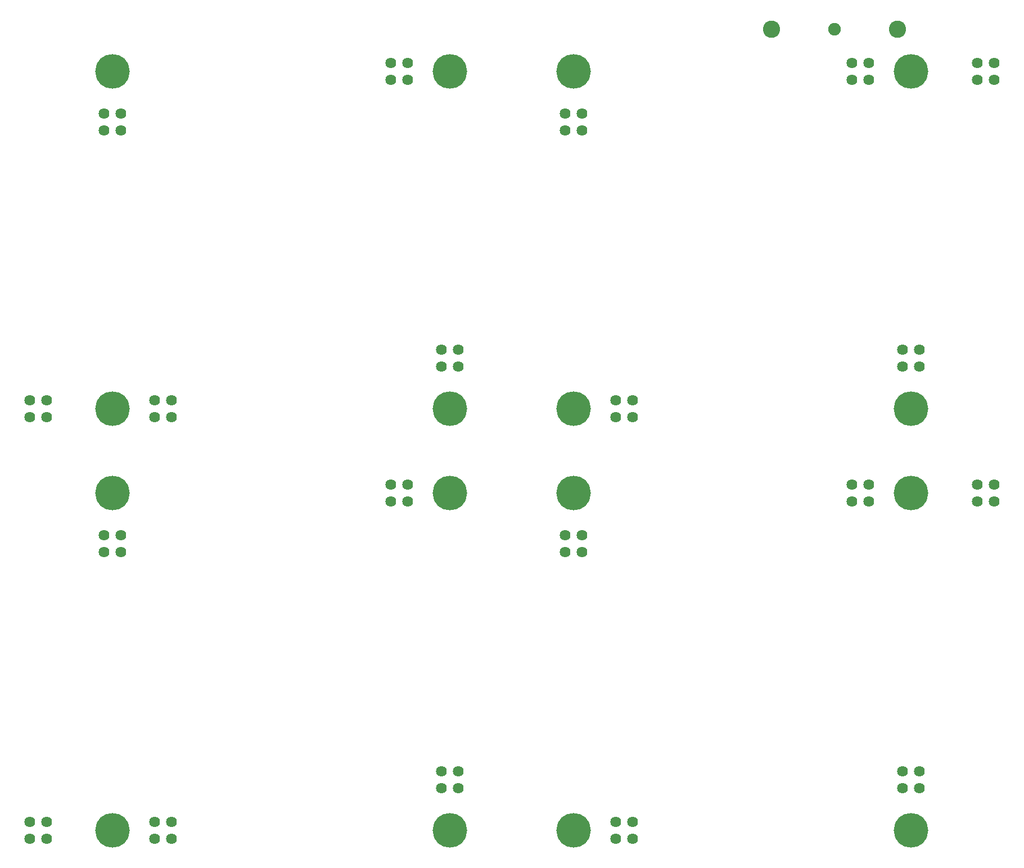
<source format=gts>
G04 Layer: TopSolderMaskLayer*
G04 EasyEDA v6.5.22, 2022-12-22 23:10:47*
G04 4902e46d55d74f8ba2e09136355efd4f,5a6b42c53f6a479593ecc07194224c93,10*
G04 Gerber Generator version 0.2*
G04 Scale: 100 percent, Rotated: No, Reflected: No *
G04 Dimensions in millimeters *
G04 leading zeros omitted , absolute positions ,4 integer and 5 decimal *
%FSLAX45Y45*%
%MOMM*%

%ADD10C,5.2032*%
%ADD11C,1.6256*%
%ADD12C,2.6016*%
%ADD13C,1.9016*%

%LPD*%
D10*
G01*
X7957997Y9149105D03*
G01*
X13037997Y9149105D03*
G01*
X14902103Y9149105D03*
G01*
X19982103Y9149105D03*
G01*
X7957997Y2799105D03*
G01*
X13037997Y2799105D03*
G01*
X13037997Y7879105D03*
G01*
X14902103Y2799105D03*
G01*
X19982103Y2799105D03*
G01*
X14902103Y7879105D03*
D11*
G01*
X12402997Y8006105D03*
G01*
X12402997Y7752105D03*
G01*
X12148997Y7752105D03*
G01*
X12148997Y8006105D03*
G01*
X19347103Y8006105D03*
G01*
X19347103Y7752105D03*
G01*
X19093103Y7752105D03*
G01*
X19093103Y8006105D03*
G01*
X7830997Y6990105D03*
G01*
X8084997Y6990105D03*
G01*
X8084997Y7244105D03*
G01*
X7830997Y7244105D03*
G01*
X7830997Y13340105D03*
G01*
X8084997Y13340105D03*
G01*
X8084997Y13594105D03*
G01*
X7830997Y13594105D03*
G01*
X14775103Y6990105D03*
G01*
X15029103Y6990105D03*
G01*
X15029103Y7244105D03*
G01*
X14775103Y7244105D03*
G01*
X14775103Y13340105D03*
G01*
X15029103Y13340105D03*
G01*
X15029103Y13594105D03*
G01*
X14775103Y13594105D03*
G01*
X8846997Y2672105D03*
G01*
X8846997Y2926105D03*
G01*
X8592997Y2926105D03*
G01*
X8592997Y2672105D03*
G01*
X8846997Y9022105D03*
G01*
X8846997Y9276105D03*
G01*
X8592997Y9276105D03*
G01*
X8592997Y9022105D03*
G01*
X15791103Y2672105D03*
G01*
X15791103Y2926105D03*
G01*
X15537103Y2926105D03*
G01*
X15537103Y2672105D03*
G01*
X15791103Y9022105D03*
G01*
X15791103Y9276105D03*
G01*
X15537103Y9276105D03*
G01*
X15537103Y9022105D03*
D10*
G01*
X19982103Y7879105D03*
G01*
X7957997Y7879105D03*
D11*
G01*
X6964629Y9022105D03*
G01*
X6964629Y9276105D03*
G01*
X6710629Y9276105D03*
G01*
X6710629Y9022105D03*
G01*
X6964629Y2672105D03*
G01*
X6964629Y2926105D03*
G01*
X6710629Y2926105D03*
G01*
X6710629Y2672105D03*
G01*
X21229497Y8006105D03*
G01*
X21229497Y7752105D03*
G01*
X20975497Y7752105D03*
G01*
X20975497Y8006105D03*
G01*
X13164997Y3688105D03*
G01*
X12910997Y3688105D03*
G01*
X12910997Y3434105D03*
G01*
X13164997Y3434105D03*
G01*
X20109103Y3688105D03*
G01*
X19855103Y3688105D03*
G01*
X19855103Y3434105D03*
G01*
X20109103Y3434105D03*
G01*
X20109103Y10038105D03*
G01*
X19855103Y10038105D03*
G01*
X19855103Y9784105D03*
G01*
X20109103Y9784105D03*
G01*
X13164997Y10038105D03*
G01*
X12910997Y10038105D03*
G01*
X12910997Y9784105D03*
G01*
X13164997Y9784105D03*
D12*
G01*
X19773900Y14859000D03*
D13*
G01*
X18826352Y14859000D03*
D12*
G01*
X17878806Y14859000D03*
D10*
G01*
X7957997Y14229105D03*
G01*
X13037997Y14229105D03*
G01*
X14902103Y14229105D03*
G01*
X19982103Y14229105D03*
D11*
G01*
X20975497Y14356105D03*
G01*
X20975497Y14102105D03*
G01*
X21229497Y14102105D03*
G01*
X21229497Y14356105D03*
G01*
X19093103Y14356105D03*
G01*
X19093103Y14102105D03*
G01*
X19347103Y14102105D03*
G01*
X19347052Y14356105D03*
G01*
X12148997Y14356105D03*
G01*
X12148997Y14102105D03*
G01*
X12402997Y14102105D03*
G01*
X12402997Y14356105D03*
M02*

</source>
